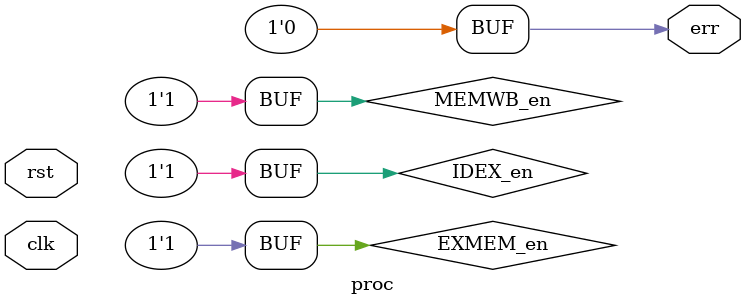
<source format=v>
/* $Author: sinclair $ */
/* $LastChangedDate: 2020-02-09 17:03:45 -0600 (Sun, 09 Feb 2020) $ */
/* $Rev: 46 $ */
module proc (/*AUTOARG*/
   // Outputs
   err, 
   // Inputs
   clk, rst
   );

   input clk;
   input rst;

   output err;

   // None of the above lines can be modified

   // OR all the err ouputs for every sub-module and assign it as this
   // err output
   
   // As desribed in the homeworks, use the err signal to trap corner
   // cases that you think are illegal in your statemachines
   
   wire err_1, err_2;
   /* your code here -- should include instantiations of fetch, decode, execute, mem and wb modules */

   // Fetch Stage
   wire  Halt, halt_back;
   wire STALL, Branch_stall; 
   wire [15:0] PC_Back,PC_Next, No_Branch, instr; 
	fetch fet(
        // system inputs
	.clk(clk), .rst(rst), 
	// inputs from Decode
	.PC_Back(PC_Back), .Halt(Halt), .STALL(STALL), .Branch_stall(Branch_stall),
	// Outputs to Decode
	.No_Branch(No_Branch), .instr(instr), .halt_back(halt_back),
        // Output to WB
        .PC_Next(PC_Next) // .PC_curr(PC_curr)
	);

   
   wire [15:0] instr_withNOP;
   // add a mux to choose from normal instr or NOP on stall of Branch
   assign instr_withNOP = Branch_stall ? 16'b00001_xxxxxxxxxxx : instr;


   // IF/ID Pip Reg
   wire IFD_en,IFD_err;
   assign IFD_en = ~STALL;

   wire halt_back_reg;
   wire [15:0] pc_next_reg_IF, no_branch_reg, instr_reg;
   reg_16 IFD_reg_PCNEXTIF(.readData(pc_next_reg_IF), .err(IFD_err), .clk(clk), .rst(rst), .writeData(PC_Next), .writeEn(IFD_en));
   reg_16 IFD_reg_NOBRANCH(.readData(no_branch_reg), .err(IFD_err), .clk(clk), .rst(rst), .writeData(No_Branch), .writeEn(IFD_en));
   reg_16 IFD_reg_INSTR(.readData(instr_reg), .err(IFD_err), .clk(clk), .rst(rst), .writeData(instr_withNOP), .writeEn(IFD_en));
   reg_16 #(.SIZE(1)) IFD_reg_HALTBACK(.readData(halt_back_reg), .err(IFD_err), .clk(clk), .rst(rst), .writeData(halt_back), .writeEn(IFD_en));


   wire [15:0] instr_withNOP_stall;
   // add a mux to choose from normal instr or NOP on stall of other cases, after IF/ID pip reg.
   assign instr_withNOP_stall = (STALL | rst) ? 16'b00001_xxxxxxxxxxx : instr_reg;
   
   

   // Decode stage
   wire Mem_read, Mem_wrt, Reg_wrt, Reg_wrt_reg_ID, Reg_wrt_reg_MEM, Reg_wrt_reg_EX;
   wire [15:0] WB;
   wire [1:0] Op_ext, WB_sel,Alu_src, Alu_src_reg;
   wire [2:0] Alu_result, target_reg, target_reg_ID, target_reg_MEM, target_reg_EX;
   wire [4:0] Alu_op;
   wire [15:0] data1,data2,extend;
	
        decode dec(
        // IN from Fetch
	.instr(instr_withNOP_stall), .No_Branch(no_branch_reg), .halt_back(halt_back_reg),
        // IN from Exec
        // .result(result), .neg(neg), .zero(zero),
        // IN from WB
        .WB(WB), .target_reg_WB(target_reg_MEM), .Reg_wrt_WB(Reg_wrt_reg_MEM),
        // Global In
        .clk(clk), .rst(rst),
	// Out Control Logic
	.Halt(Halt),.WB_sel(WB_sel),.Alu_src(Alu_src),.Alu_result(Alu_result),.Alu_op(Alu_op),.Mem_read(Mem_read),.Mem_wrt(Mem_wrt), .target_reg(target_reg), .Reg_wrt(Reg_wrt),
        // Out to Exec
	.data1(data1),.data2(data2),.extend(extend), .Op_ext(Op_ext),
        // Out to Fetch
        .PC_back(PC_Back), .Branch_stall(Branch_stall),
        // Global out
        .err(err_1));

   wire [4:0] Alu_op_reg;
   // stall detector
   stall_detector stalldetec(.instr_reg(instr_reg), .Reg_wrt_reg_ID(Reg_wrt_reg_ID), .target_reg_ID(target_reg_ID), .Reg_wrt_reg_EX(Reg_wrt_reg_EX), 
   .target_reg_EX(target_reg_EX), .STALL(STALL));


    // ID/EX pip reg
   wire IDEX_en,IDEX_err;
   wire Mem_read_reg_ID, Mem_wrt_reg_ID, Halt_reg_ID;
   wire [1:0] Op_ext_reg, WB_sel_reg_ID;
   wire [2:0] Alu_result_reg_ID;
   wire [15:0] data1_reg, data2_reg_ID, extend_reg_ID, pc_next_reg_ID;
   assign IDEX_en = 1'b1;
   reg_16 #(.SIZE(1)) IDEX_reg_MEMREADID(.readData(Mem_read_reg_ID), .err(IDEX_err), .clk(clk), .rst(rst), .writeData(Mem_read), .writeEn(IDEX_en));
   reg_16 #(.SIZE(1)) IDEX_reg_MEMWRTID(.readData(Mem_wrt_reg_ID), .err(IDEX_err), .clk(clk), .rst(rst), .writeData(Mem_wrt), .writeEn(IDEX_en));
   reg_16 #(.SIZE(1)) IDEX_reg_HALTID(.readData(Halt_reg_ID), .err(IDEX_err), .clk(clk), .rst(rst), .writeData(Halt), .writeEn(IDEX_en));
   reg_16 #(.SIZE(1)) IDEX_reg_REGWRTID(.readData(Reg_wrt_reg_ID), .err(IDEX_err), .clk(clk), .rst(rst), .writeData(Reg_wrt), .writeEn(IDEX_en));
   reg_16 #(.SIZE(2)) IDEX_reg_OPEXT(.readData(Op_ext_reg), .err(IDEX_err), .clk(clk), .rst(rst), .writeData(Op_ext), .writeEn(IDEX_en));
   reg_16 #(.SIZE(2)) IDEX_reg_WBSELID(.readData(WB_sel_reg_ID), .err(IDEX_err), .clk(clk), .rst(rst), .writeData(WB_sel), .writeEn(IDEX_en));
   reg_16 #(.SIZE(3)) IDEX_reg_TARGETREGID(.readData(target_reg_ID), .err(IDEX_err), .clk(clk), .rst(rst), .writeData(target_reg), .writeEn(IDEX_en));
   reg_16 #(.SIZE(2)) IDEX_reg_ALUSRC(.readData(Alu_src_reg), .err(IDEX_err), .clk(clk), .rst(rst), .writeData(Alu_src), .writeEn(IDEX_en));
   reg_16 #(.SIZE(3)) IDEX_reg_ALURESULTID(.readData(Alu_result_reg_ID), .err(IDEX_err), .clk(clk), .rst(rst), .writeData(Alu_result), .writeEn(IDEX_en));
   reg_16 #(.SIZE(5)) IDEX_reg_ALUOP(.readData(Alu_op_reg), .err(IDEX_err), .clk(clk), .rst(rst), .writeData(Alu_op), .writeEn(IDEX_en));
   reg_16 #(.SIZE(16)) IDEX_reg_DATA1(.readData(data1_reg), .err(IDEX_err), .clk(clk), .rst(rst), .writeData(data1), .writeEn(IDEX_en));
   reg_16 #(.SIZE(16)) IDEX_reg_DATA2ID(.readData(data2_reg_ID), .err(IDEX_err), .clk(clk), .rst(rst), .writeData(data2), .writeEn(IDEX_en));
   reg_16 #(.SIZE(16)) IDEX_reg_EXTENDID(.readData(extend_reg_ID), .err(IDEX_err), .clk(clk), .rst(rst), .writeData(extend), .writeEn(IDEX_en));
//    reg_16 #(.SIZE(16)) IDEX_reg_PCBACK(.readData(PC_Back_reg), .err(IDEX_err), .clk(clk), .rst(rst), .writeData(PC_Back), .writeEn(IDEX_en));
   reg_16 #(.SIZE(16)) IDEX_reg_PCNEXTID(.readData(pc_next_reg_ID), .err(IDEX_err), .clk(clk), .rst(rst), .writeData(pc_next_reg_IF), .writeEn(IDEX_en));
   

    // Execute stage
   wire neg, zero;
   wire [15:0] Cout, SLBI, BTR, result;
	
        execute exe(
	// Inputs from Decode
	.data1(data1_reg), .data2(data2_reg_ID), .extend(extend_reg_ID), .Alu_Src(Alu_src_reg), .Alu_op(Alu_op_reg), .Op_ext(Op_ext_reg), 
	// Outputs to Decode/Memory
	.result(result), .zero(zero), .neg(neg), .Cout(Cout), .SLBI(SLBI), .BTR(BTR), .err(err_2)
	);


    // EX/MEM pip reg
   wire EXMEM_en, EXMEM_err;
   wire neg_reg, zero_reg, Halt_reg_EX, Mem_read_reg_EX, Mem_wrt_reg_EX;
   wire [1:0] WB_sel_reg_EX;
   wire [2:0] Alu_result_reg_EX;
   wire [15:0] data2_reg_EX, extend_reg_EX, pc_next_reg_EX, result_reg, Cout_reg, SLBI_reg, BTR_reg; 
   assign EXMEM_en = 1'b1; 
   reg_16 #(.SIZE(1)) EXMEM_reg_NEG(.readData(neg_reg), .err(EXMEM_err), .clk(clk), .rst(rst), .writeData(neg), .writeEn(EXMEM_en));
   reg_16 #(.SIZE(1)) EXMEM_reg_ZERO(.readData(zero_reg), .err(EXMEM_err), .clk(clk), .rst(rst), .writeData(zero), .writeEn(EXMEM_en));
   reg_16 #(.SIZE(1)) EXMEM_reg_HALTEX(.readData(Halt_reg_EX), .err(EXMEM_err), .clk(clk), .rst(rst), .writeData(Halt_reg_ID), .writeEn(EXMEM_en));
   reg_16 #(.SIZE(1)) EXMEM_reg_MEMREADEX(.readData(Mem_read_reg_EX), .err(EXMEM_err), .clk(clk), .rst(rst), .writeData(Mem_read_reg_ID), .writeEn(EXMEM_en));
   reg_16 #(.SIZE(1)) EXMEM_reg_MEMWRTEX(.readData(Mem_wrt_reg_EX), .err(EXMEM_err), .clk(clk), .rst(rst), .writeData(Mem_wrt_reg_ID), .writeEn(EXMEM_en));
   reg_16 #(.SIZE(1)) EXMEM_reg_REGWRTEX(.readData(Reg_wrt_reg_EX), .err(EXMEM_err), .clk(clk), .rst(rst), .writeData(Reg_wrt_reg_ID), .writeEn(EXMEM_en));
   reg_16 #(.SIZE(2)) EXMEM_reg_WBSELEX(.readData(WB_sel_reg_EX), .err(EXMEM_err), .clk(clk), .rst(rst), .writeData(WB_sel_reg_ID), .writeEn(EXMEM_en));
   reg_16 #(.SIZE(3)) EXMEM_reg_TARGETREGEX(.readData(target_reg_EX), .err(EXMEM_err), .clk(clk), .rst(rst), .writeData(target_reg_ID), .writeEn(EXMEM_en));
   reg_16 #(.SIZE(3)) EXMEM_reg_ALURESULTEX(.readData(Alu_result_reg_EX), .err(EXMEM_err), .clk(clk), .rst(rst), .writeData(Alu_result_reg_ID), .writeEn(EXMEM_en));
   reg_16 #(.SIZE(16)) EXMEM_reg_DATA2EX(.readData(data2_reg_EX), .err(EXMEM_err), .clk(clk), .rst(rst), .writeData(data2_reg_ID), .writeEn(EXMEM_en));
   reg_16 #(.SIZE(16)) EXMEM_reg_EXTENDEX(.readData(extend_reg_EX), .err(EXMEM_err), .clk(clk), .rst(rst), .writeData(extend_reg_ID), .writeEn(EXMEM_en));
   reg_16 #(.SIZE(16)) EXMEM_reg_PCNEXTEX(.readData(pc_next_reg_EX), .err(EXMEM_err), .clk(clk), .rst(rst), .writeData(pc_next_reg_ID), .writeEn(EXMEM_en));
   reg_16 #(.SIZE(16)) EXMEM_reg_RESULT(.readData(result_reg), .err(EXMEM_err), .clk(clk), .rst(rst), .writeData(result), .writeEn(EXMEM_en));
   reg_16 #(.SIZE(16)) EXMEM_reg_COUT(.readData(Cout_reg), .err(EXMEM_err), .clk(clk), .rst(rst), .writeData(Cout), .writeEn(EXMEM_en));
   reg_16 #(.SIZE(16)) EXMEM_reg_SLBI(.readData(SLBI_reg), .err(EXMEM_err), .clk(clk), .rst(rst), .writeData(SLBI), .writeEn(EXMEM_en));
   reg_16 #(.SIZE(16)) EXMEM_reg_BTR(.readData(BTR_reg), .err(EXMEM_err), .clk(clk), .rst(rst), .writeData(BTR), .writeEn(EXMEM_en));





    // MEM Stage
   wire [15:0] data_mem, data_exe;
	
        memory mem(
	// system inputs
	.clk(clk), .rst(rst),
	// input from Decode
        .data2(data2_reg_EX), .Mem_read(Mem_read_reg_EX), .Mem_wrt(Mem_wrt_reg_EX), .Halt(Halt_reg_EX), .Alu_result(Alu_result_reg_EX),
	// inputs from Execute
	.result(result_reg), .zero(zero_reg), .neg(neg_reg), .BTR(BTR_reg), .SLBI(SLBI_reg), .Cout(Cout_reg),  
	// outputs to WB
	.data_mem(data_mem), .data_exe(data_exe)
	);


    // MEM/WB pip reg
   wire MEMWB_en, MEMWB_err;
   wire[1:0] WB_sel_reg_MEM;
   wire[15:0] data_mem_reg, data_exe_reg, extend_reg_MEM, pc_next_reg_MEM;
   assign MEMWB_en = 1'b1;
   reg_16 #(.SIZE(1)) MEMWB_reg_REGWRTMEM(.readData(Reg_wrt_reg_MEM), .err(MEMWB_err), .clk(clk), .rst(rst), .writeData(Reg_wrt_reg_EX), .writeEn(MEMWB_en));
   reg_16 #(.SIZE(2)) MEMWB_reg_WBSELMEM(.readData(WB_sel_reg_MEM), .err(MEMWB_err), .clk(clk), .rst(rst), .writeData(WB_sel_reg_EX), .writeEn(MEMWB_en));
   reg_16 #(.SIZE(3)) MEMWB_reg_TARGETREGMEM(.readData(target_reg_MEM), .err(MEMWB_err), .clk(clk), .rst(rst), .writeData(target_reg_EX), .writeEn(MEMWB_en));
   reg_16 #(.SIZE(16)) MEMWB_reg_DATAMEM(.readData(data_mem_reg), .err(MEMWB_err), .clk(clk), .rst(rst), .writeData(data_mem), .writeEn(MEMWB_en));
   reg_16 #(.SIZE(16)) MEMWB_reg_DATAEXE(.readData(data_exe_reg), .err(MEMWB_err), .clk(clk), .rst(rst), .writeData(data_exe), .writeEn(MEMWB_en));
   reg_16 #(.SIZE(16)) MEMWB_reg_EXTENDMEM(.readData(extend_reg_MEM), .err(MEMWB_err), .clk(clk), .rst(rst), .writeData(extend_reg_EX), .writeEn(MEMWB_en));
   reg_16 #(.SIZE(16)) MEMWB_reg_PCNEXTMEM(.readData(pc_next_reg_MEM), .err(MEMWB_err), .clk(clk), .rst(rst), .writeData(pc_next_reg_EX), .writeEn(MEMWB_en));


    // WB Stage
	wb wrib(
        // IN from Fetch
        .PC_Next(pc_next_reg_MEM),
        // IN from Decode
        .extend(extend_reg_MEM), .WB_sel(WB_sel_reg_MEM),
        // IN from Mem
        .data_mem(data_mem_reg), .data_exe(data_exe_reg),
        // Out to Decode
        .WB(WB));
   	
	assign err = 1'b0;
		
endmodule 


</source>
